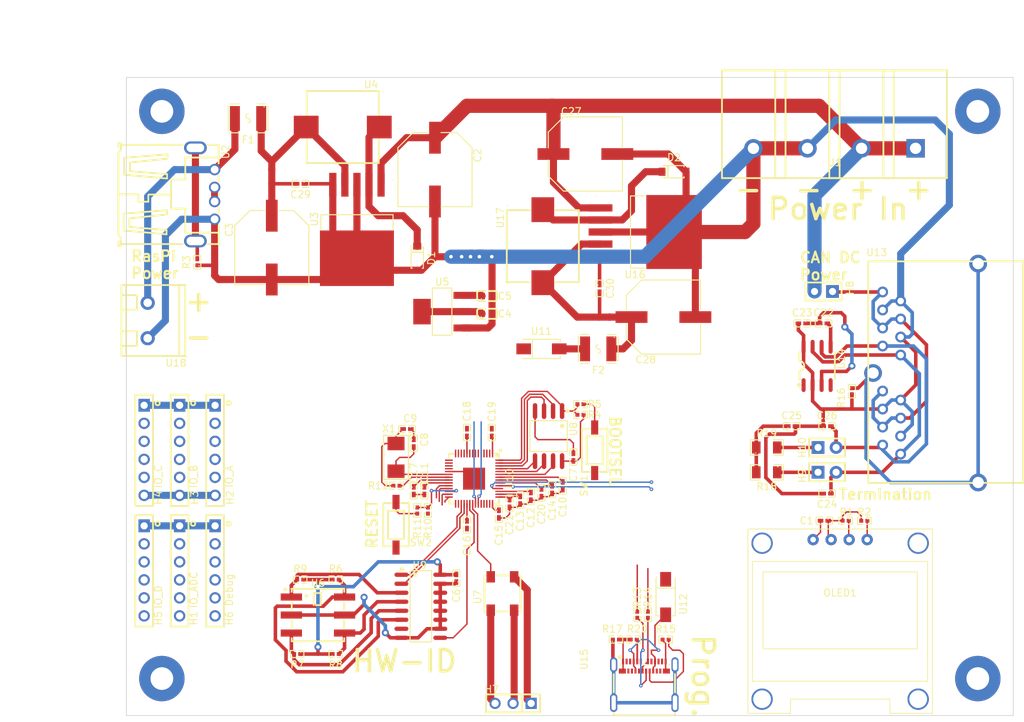
<source format=kicad_pcb>
(kicad_pcb (version 20221018) (generator pcbnew)
  (title_block (title "Dispensy Mainboard") (date "2024-01-21") (rev "0") (company "DrinkRobotics") (comment 1 "https://git.xythobuz.de/thomas/Dispensy") (comment 2 "Licensed under the CERN-OHL-S-2.0+") (comment 3 "PCB Thickness: 1mm") (comment 4 "Copyright (c) 2023 - 2024 Thomas Buck <thomas@xythobuz.de>"))
  (layers (0 "F.Cu" signal) (31 "B.Cu" signal) (34 "B.Paste" user) (35 "F.Paste" user) (36 "B.SilkS" user "B.Silkscreen") (37 "F.SilkS" user "F.Silkscreen") (38 "B.Mask" user) (39 "F.Mask" user) (44 "Edge.Cuts" user))
  (net 0 "")
  (net 1 "GND")
  (net 2 "+3.3V")
  (net 3 "+VDC")
  (net 4 "/EXT_PSU/Vout")
  (net 5 "+5V")
  (net 6 "Net-(U10-XIN)")
  (net 7 "Net-(X1-OSC2)")
  (net 8 "+1V1")
  (net 9 "Net-(U14-CANH)")
  (net 10 "Net-(C25-Pad1)")
  (net 11 "Net-(U14-CANL)")
  (net 12 "/PI/PI_PSU/Vout")
  (net 13 "Net-(U3-OUT)")
  (net 14 "Net-(U16-OUT)")
  (net 15 "/PI/ADC0")
  (net 16 "/PI/ADC1")
  (net 17 "/PI/ADC2")
  (net 18 "/PI/ADC3")
  (net 19 "/PI/IO0")
  (net 20 "/PI/IO1")
  (net 21 "/PI/IO2")
  (net 22 "/PI/IO3")
  (net 23 "/PI/IO4")
  (net 24 "/PI/IO5")
  (net 25 "/PI/IO6")
  (net 26 "/PI/IO7")
  (net 27 "/PI/IO8")
  (net 28 "/PI/IO9")
  (net 29 "/PI/IO10")
  (net 30 "/PI/IO11")
  (net 31 "/PI/IO12")
  (net 32 "/PI/IO13")
  (net 33 "/PI/IO14")
  (net 34 "/PI/IO15")
  (net 35 "/PI/Debug_Clock")
  (net 36 "/PI/Debug_Data")
  (net 37 "/PI/Debug_Tx")
  (net 38 "/PI/Debug_Rx")
  (net 39 "Net-(U7-DO)")
  (net 40 "Net-(H8-Pad1)")
  (net 41 "Net-(H9-Pad1)")
  (net 42 "Net-(H10-Pad1)")
  (net 43 "/PI/I2C_SCL")
  (net 44 "/PI/I2C_SDA")
  (net 45 "Net-(U2-SH1)")
  (net 46 "/PI/SPI_FLASH.SS")
  (net 47 "Net-(R5-Pad1)")
  (net 48 "Net-(U9-D7)")
  (net 49 "Net-(U9-D6)")
  (net 50 "Net-(U9-D5)")
  (net 51 "Net-(U9-D4)")
  (net 52 "Net-(U10-RUN)")
  (net 53 "Net-(R11-Pad2)")
  (net 54 "Net-(U10-XOUT)")
  (net 55 "/PI/USBC.DP")
  (net 56 "Net-(U10-USB_DP)")
  (net 57 "/PI/USBC.DM")
  (net 58 "Net-(U10-USB_DM)")
  (net 59 "Net-(U15-CC2)")
  (net 60 "Net-(R16-Pad1)")
  (net 61 "/PI/USBC.SHIELD")
  (net 62 "Net-(U15-CC1)")
  (net 63 "Net-(U2-D+)")
  (net 64 "/PI/LED_Din")
  (net 65 "/PI/SPI_FLASH.SD1")
  (net 66 "/PI/SPI_FLASH.SD2")
  (net 67 "/PI/SPI_FLASH.SD0")
  (net 68 "/PI/SPI_FLASH.SCLK")
  (net 69 "/PI/SPI_FLASH.SD3")
  (net 70 "/PI/SR_Load")
  (net 71 "/PI/SR_Clock")
  (net 73 "/PI/SR_Data")
  (net 74 "Net-(U10-GPIO24)")
  (net 75 "Net-(U10-GPIO25)")
  (net 76 "/PI/USBC.VBUS")
  (net 87 "Net-(U2-VCC)")
  (net 88 "Net-(U11-A)")
  (footprint "jlc_footprints:HDR-TH_3P-P2.54-V-F" (layer "F.Cu") (at 148 136 180)
    (fp_text reference "H7")
    (fp_text value "WS2812")
  )
  (footprint "jlc_footprints:C0402" (layer "F.Cu") (at 149 107.34763 -90)
    (fp_text reference "C13")
    (fp_text value "1uF")
  )
  (footprint "jlc_footprints:R1206" (layer "F.Cu") (at 183.754966 99.907765)
    (fp_text reference "R19")
    (fp_text value "60R4")
  )
  (footprint "jlc_footprints:TO-263-5_L10.6-W9.6-P1.70-LS15.9-BR" (layer "F.Cu") (at 125.990456 68.034258 90)
    (fp_text reference "U3")
    (fp_text value "LM2576S-5_0_TR")
  )
  (footprint "jlc_footprints:R0402" (layer "F.Cu") (at 136 108.802545 -90)
    (fp_text reference "R10")
    (fp_text value "10K")
  )
  (footprint "jlc_footprints:CAP-SMD_BD10.0-L10.3-W10.3-FD" (layer "F.Cu") (at 158.190482 58.51762)
    (fp_text reference "C27")
    (fp_text value "100uF")
  )
  (footprint "jlc_footprints:HDR-TH_6P-P2.54-V-F" (layer "F.Cu") (at 96 100.310008 -90)
    (fp_text reference "H4")
    (fp_text value "IO_C")
  )
  (footprint "jlc_footprints:CONN-TH_4P-P7.62_L15.2-W31.7-EX4.2" (layer "F.Cu") (at 193.300464 57.717646 180)
    (fp_text reference "U1")
    (fp_text value "DBT50G-7_62-4P")
  )
  (footprint "jlc_footprints:R0402" (layer "F.Cu") (at 167 123.5 -90)
    (fp_text reference "R14")
    (fp_text value "27R4")
  )
  (footprint "jlc_footprints:RJ45-TH_DS1129-05-S80BP-X" (layer "F.Cu") (at 206.140469 89.407765 90)
    (fp_text reference "U13")
    (fp_text value "CAN_IO")
  )
  (footprint "jlc_footprints:SOD-123_L2.8-W1.8-LS3.7-RD" (layer "F.Cu") (at 170.690482 61.01762)
    (fp_text reference "D2")
    (fp_text value "MBR340F")
  )
  (footprint "jlc_footprints:C0402" (layer "F.Cu") (at 188.754966 82.407765 180)
    (fp_text reference "C23")
    (fp_text value "47nF")
  )
  (footprint "jlc_footprints:F1812" (layer "F.Cu") (at 110.646558 53.5 180)
    (fp_text reference "F1")
    (fp_text value "ASMD1812-350-16V")
  )
  (footprint "jlc_footprints:C0402" (layer "F.Cu") (at 135.5 106 -90)
    (fp_text reference "C11")
    (fp_text value "100nF")
  )
  (footprint "jlc_footprints:CAP-SMD_BD10.0-L10.3-W10.3-FD" (layer "F.Cu") (at 136.990456 60.717646 -90)
    (fp_text reference "C2")
    (fp_text value "100uF")
  )
  (footprint "jlc_footprints:R0402" (layer "F.Cu") (at 123 118.53813)
    (fp_text reference "R6")
    (fp_text value "10K")
  )
  (footprint "jlc_footprints:C0402" (layer "F.Cu") (at 191.874904 110.23238 180)
    (fp_text reference "C1")
    (fp_text value "100nF")
  )
  (footprint "jlc_footprints:R0402" (layer "F.Cu") (at 165.5 123.5 -90)
    (fp_text reference "R13")
    (fp_text value "27R4")
  )
  (footprint "jlc_footprints:C0402" (layer "F.Cu") (at 147.5 107.802545 -90)
    (fp_text reference "C21")
    (fp_text value "100nF")
  )
  (footprint "jlc_footprints:C0402" (layer "F.Cu") (at 192.254966 96.907765)
    (fp_text reference "C26")
    (fp_text value "100pF")
  )
  (footprint "jlc_footprints:HDR-TH_6P-P2.54-V-F" (layer "F.Cu") (at 106 117.310008 -90)
    (fp_text reference "H6")
    (fp_text value "Debug")
  )
  (footprint "jlc_footprints:C0402" (layer "F.Cu") (at 141.5 110.802545 -90)
    (fp_text reference "C16")
    (fp_text value "100nF")
  )
  (footprint "jlc_footprints:SOT-223-4_L6.5-W3.5-P2.30-LS7.0-BR" (layer "F.Cu") (at 138 80.75)
    (fp_text reference "U5")
    (fp_text value "AMS1117-3_3")
  )
  (footprint "jlc_footprints:SOIC-8_L5.0-W4.0-P1.27-LS6.0-BL" (layer "F.Cu") (at 190.849962 88.407765)
    (fp_text reference "U14")
    (fp_text value "TJA1042T_3_1J")
  )
  (footprint "jlc_footprints:CONN-TH_XY300V-A-5.0-2P" (layer "F.Cu") (at 96.5 82 90)
    (fp_text reference "U18")
    (fp_text value "XY300V-A-5_0-2P")
  )
  (footprint "jlc_footprints:LED-SMD_4P-L5.0-W5.0-LS5.4-TL-1" (layer "F.Cu") (at 146.5 120.5 90)
    (fp_text reference "U7")
    (fp_text value "WS2812E-V5")
  )
  (footprint "MountingHole:MountingHole_3.2mm_M3_Pad_TopBottom" (layer "F.Cu") (at 213.5 52.5)
    (fp_text reference "H12" hide)
    (fp_text value "MountingHole" hide)
  )
  (footprint "jlc_footprints:HDR-TH_6P-P2.54-V-F" (layer "F.Cu") (at 101 117.310008 -90)
    (fp_text reference "H1")
    (fp_text value "IO_ADC")
  )
  (footprint "jlc_footprints:R0402" (layer "F.Cu") (at 103.490456 73.784829 90)
    (fp_text reference "R3")
    (fp_text value "1M")
  )
  (footprint "jlc_footprints:C0402" (layer "F.Cu") (at 156.5 101.25746 90)
    (fp_text reference "C7")
    (fp_text value "100nF")
  )
  (footprint "jlc_footprints:C0402" (layer "F.Cu") (at 133.045085 97.302545 180)
    (fp_text reference "C9")
    (fp_text value "27p")
  )
  (footprint "jlc_footprints:HDR-TH_2P-P2.54-V-M-1" (layer "F.Cu") (at 191.754966 77.907765 180)
    (fp_text reference "H8")
    (fp_text value "PWR")
  )
  (footprint "jlc_footprints:HDR-TH_6P-P2.54-V-F" (layer "F.Cu") (at 106 100.310008 -90)
    (fp_text reference "H2")
    (fp_text value "IO_A")
  )
  (footprint "jlc_footprints:R0402" (layer "F.Cu") (at 194.874904 110.23238 180)
    (fp_text reference "R1")
    (fp_text value "10K")
  )
  (footprint "jlc_footprints:R0402" (layer "F.Cu") (at 165 127 180)
    (fp_text reference "R20")
    (fp_text value "5K1")
  )
  (footprint "jlc_footprints:C0402" (layer "F.Cu") (at 141.5 97.802545 90)
    (fp_text reference "C18")
    (fp_text value "100nF")
  )
  (footprint "jlc_footprints:USB-C-SMD_TYPE-C-USB-18" (layer "F.Cu") (at 166.5 133)
    (fp_text reference "U15")
    (fp_text value "USB-C")
  )
  (footprint "jlc_footprints:C0402" (layer "F.Cu") (at 150.5 106.802545 -90)
    (fp_text reference "C12")
    (fp_text value "1uF")
  )
  (footprint "jlc_footprints:OSC-SMD_2P-L5.0-W3.2" (layer "F.Cu") (at 131.5 101.302545 90)
    (fp_text reference "X1")
    (fp_text value "12MHz")
  )
  (footprint "jlc_footprints:SW-SMD_L6.1-W3.6-LS6.6" (layer "F.Cu") (at 159.5 100.302545 -90)
    (fp_text reference "SW1")
    (fp_text value "BOOTSEL")
  )
  (footprint "MountingHole:MountingHole_3.2mm_M3_Pad_TopBottom" (layer "F.Cu") (at 98.5 52.5)
    (fp_text reference "H11" hide)
    (fp_text value "MountingHole" hide)
  )
  (footprint "jlc_footprints:TO-263-5_L10.6-W9.6-P1.70-LS15.9-BR" (layer "F.Cu") (at 165.507094 69.51762 180)
    (fp_text reference "U16")
    (fp_text value "LM2576S-5_0_TR")
  )
  (footprint "jlc_footprints:R0402" (layer "F.Cu") (at 134.5 108.802545 -90)
    (fp_text reference "R11")
    (fp_text value "1K")
  )
  (footprint "jlc_footprints:R0402" (layer "F.Cu") (at 131.567183 105.302545)
    (fp_text reference "R12")
    (fp_text value "1K")
  )
  (footprint "jlc_footprints:HDR-TH_6P-P2.54-V-F" (layer "F.Cu") (at 101 100.310008 -90)
    (fp_text reference "H3")
    (fp_text value "IO_B")
  )
  (footprint "jlc_footprints:SW-SMD_L6.1-W3.6-LS6.6" (layer "F.Cu") (at 131.5 110.802545 -90)
    (fp_text reference "SW2")
    (fp_text value "RESET")
  )
  (footprint "jlc_footprints:R0402" (layer "F.Cu") (at 162.5 127)
    (fp_text reference "R17")
    (fp_text value "1M")
  )
  (footprint "jlc_footprints:R0402" (layer "F.Cu") (at 157.5 95.302545 180)
    (fp_text reference "R4")
    (fp_text value "10K")
  )
  (footprint "jlc_footprints:R0402" (layer "F.Cu") (at 169.5 127 180)
    (fp_text reference "R15")
    (fp_text value "5K1")
  )
  (footprint "jlc_footprints:C0402" (layer "F.Cu") (at 152 106.302545 -90)
    (fp_text reference "C20")
    (fp_text value "100nF")
  )
  (footprint "jlc_footprints:SOIC-8_L5.3-W5.3-P1.27-LS8.0-BL" (layer "F.Cu") (at 153 98.302545 180)
    (fp_text reference "U8")
    (fp_text value "W25Q128JVSIQ")
  )
  (footprint "jlc_footprints:C0402" (layer "F.Cu") (at 192.254966 106.407765 180)
    (fp_text reference "C24")
    (fp_text value "100pF")
  )
  (footprint "jlc_footprints:SMA_L4.4-W2.8-LS5.4-R-RD" (layer "F.Cu") (at 152 86)
    (fp_text reference "U11")
    (fp_text value "SS54")
  )
  (footprint "jlc_footprints:F1812" (layer "F.Cu") (at 160 86 180)
    (fp_text reference "F2")
    (fp_text value "ASMD1812-350-16V")
  )
  (footprint "MountingHole:MountingHole_3.2mm_M3_Pad_TopBottom" (layer "F.Cu") (at 213.5 132.5)
    (fp_text reference "H14" hide)
    (fp_text value "MountingHole" hide)
  )
  (footprint "jlc_footprints:CAP-SMD_BD10.0-L10.3-W10.3-LS11.3-FD" (layer "F.Cu") (at 113.990456 71.717646 -90)
    (fp_text reference "C3")
    (fp_text value "1000uF")
  )
  (footprint "jlc_footprints:CAP-SMD_BD10.0-L10.3-W10.3-LS11.3-FD" (layer "F.Cu") (at 169.190482 81.51762)
    (fp_text reference "C28")
    (fp_text value "1000uF")
  )
  (footprint "jlc_footprints:C0402" (layer "F.Cu") (at 155 105.302545 -90)
    (fp_text reference "C10")
    (fp_text value "100nF")
  )
  (footprint "jlc_footprints:C0603" (layer "F.Cu") (at 144.3349 78.549975)
    (fp_text reference "C5")
    (fp_text value "10uF")
  )
  (footprint "jlc_footprints:C0402" (layer "F.Cu") (at 145 97.802545 90)
    (fp_text reference "C19")
    (fp_text value "100nF")
  )
  (footprint "jlc_footprints:C0402" (layer "F.Cu") (at 146 109.302545 -90)
    (fp_text reference "C15")
    (fp_text value "100nF")
  )
  (footprint "jlc_footprints:R0402" (layer "F.Cu") (at 195.754966 91.974948 -90)
    (fp_text reference "R16")
    (fp_text value "1M")
  )
  (footprint "jlc_footprints:SMA_L4.4-W2.8-LS5.4-R-RD" (layer "F.Cu") (at 169.5 121 -90)
    (fp_text reference "U12")
    (fp_text value "SS54_C22452")
  )
  (footprint "jlc_footprints:R0402" (layer "F.Cu") (at 157.5 93.802545 180)
    (fp_text reference "R5")
    (fp_text value "1K")
  )
  (footprint "jlc_footprints:SW-SMD_SM_SKCR-16S" (layer "F.Cu") (at 120.5 123.53813 90)
    (fp_text reference "U6")
    (fp_text value "SKCR-16S")
  )
  (footprint "jlc_footprints:C0603" (layer "F.Cu") (at 144.3349 81.049975)
    (fp_text reference "C4")
    (fp_text value "10uF")
  )
  (footprint "jlc_footprints:C0402" (layer "F.Cu") (at 187.254966 96.907765)
    (fp_text reference "C25")
    (fp_text value "4.7nF")
  )
  (footprint "jlc_footprints:C0402" (layer "F.Cu") (at 153.5 105.84763 -90)
    (fp_text reference "C14")
    (fp_text value "100nF")
  )
  (footprint "jlc_footprints:R1206" (layer "F.Cu") (at 183.754966 103.407765 180)
    (fp_text reference "R18")
    (fp_text value "60R4")
  )
  (footprint "jlc_footprints:USB-A-TH_USB-302-T" (layer "F.Cu") (at 104.581769 64.217646 -90)
    (fp_text reference "U2")
    (fp_text value "USB-A")
  )
  (footprint "jlc_footprints:C0402" (layer "F.Cu") (at 140 118.34763 90)
    (fp_text reference "C6")
    (fp_text value "100nF")
  )
  (footprint "jlc_footprints:SOIC-16_L9.9-W3.9-P1.27-LS6.0-BL" (layer "F.Cu") (at 135 122.302545 -90)
    (fp_text reference "U9")
    (fp_text value "74HC165D,653")
  )
  (footprint "jlc_footprints:R0402" (layer "F.Cu") (at 197.5 110.25 180)
    (fp_text reference "R2")
    (fp_text value "10K")
  )
  (footprint "MountingHole:MountingHole_3.2mm_M3_Pad_TopBottom" (layer "F.Cu") (at 98.5 132.5)
    (fp_text reference "H13" hide)
    (fp_text value "MountingHole" hide)
  )
  (footprint "jlc_footprints:SOD-123_L2.8-W1.8-LS3.7-RD" (layer "F.Cu") (at 134.490456 73.217646 -90)
    (fp_text reference "D1")
    (fp_text value "MBR340F")
  )
  (footprint "jlc_footprints:IND-SMD_L11.5-W10.0_YSPI1050" (layer "F.Cu") (at 152.190482 71.51762 -90)
    (fp_text reference "U17")
    (fp_text value "100uH")
  )
  (footprint "jlc_footprints:LQFN-56_L7.0-W7.0-P0.4-EP" (layer "F.Cu") (at 142.499873 104.302545 -90)
    (fp_text reference "U10")
    (fp_text value "RP2040")
  )
  (footprint "jlc_footprints:HDR-TH_6P-P2.54-V-F" (layer "F.Cu") (at 96 117.310008 -90)
    (fp_text reference "H5")
    (fp_text value "IO_D")
  )
  (footprint "jlc_footprints:IND-SMD_L11.5-W10.0_YSPI1050" (layer "F.Cu") (at 123.990456 54.717646 180)
    (fp_text reference "U4")
    (fp_text value "100uH")
  )
  (footprint "jlc_footprints:R0402" (layer "F.Cu") (at 123 129.03813)
    (fp_text reference "R8")
    (fp_text value "10K")
  )
  (footprint "jlc_footprints:C0402" (layer "F.Cu") (at 134 99.302545 -90)
    (fp_text reference "C8")
    (fp_text value "27p")
  )
  (footprint "jlc_footprints:C0402" (layer "F.Cu") (at 118.035541 62.717646 180)
    (fp_text reference "C29")
    (fp_text value "100nF")
  )
  (footprint "jlc_footprints:R0402" (layer "F.Cu") (at 118 118.53813 180)
    (fp_text reference "R9")
    (fp_text value "10K")
  )
  (footprint "extern:SSD1306_0.96_Oled" (layer "F.Cu") (at 181.095 137.405)
    (fp_text reference "OLED1")
    (fp_text value "SSD1306")
  )
  (footprint "jlc_footprints:C0402" (layer "F.Cu") (at 191.754966 82.407765)
    (fp_text reference "C22")
    (fp_text value "100nF")
  )
  (footprint "jlc_footprints:C0402" (layer "F.Cu") (at 134 106 -90)
    (fp_text reference "C17")
    (fp_text value "100nF")
  )
  (footprint "jlc_footprints:HDR-TH_2P-P2.54-V-M-1" (layer "F.Cu") (at 192.254966 99.907765)
    (fp_text reference "H10")
    (fp_text value "T_CL")
  )
  (footprint "jlc_footprints:R0402" (layer "F.Cu") (at 117.567183 129.03813 180)
    (fp_text reference "R7")
    (fp_text value "10K")
  )
  (footprint "jlc_footprints:HDR-TH_2P-P2.54-V-M-1" (layer "F.Cu") (at 192.254966 103.407765)
    (fp_text reference "H9")
    (fp_text value "T_CH")
  )
  (footprint "jlc_footprints:C0402" (layer "F.Cu") (at 160.190482 77.472535 -90)
    (fp_text reference "C30")
    (fp_text value "100nF")
  )
  (gr_rect (start 93.490456 47.717646) (end 218.490456 137.717646) (stroke (width 0.1)) (fill none) (layer "Edge.Cuts"))
  (gr_text "BOOTSEL" (at 161.5 95.302545 -90) (layer "F.SilkS") (effects (font (size 1.5 1.5) (thickness 0.3) bold) (justify left bottom)))
  (gr_text "Power In" (at 183.625096 68.01762) (layer "F.SilkS") (effects (font (size 3 3) (thickness 0.5) bold) (justify left bottom)))
  (gr_text "-" (at 178.990456 65.217646) (layer "F.SilkS") (effects (font (size 3 3) (thickness 0.5) bold) (justify left bottom)))
  (gr_text "Termination" (at 193.754966 107.407765) (layer "F.SilkS") (effects (font (size 1.5 1.5) (thickness 0.3) bold) (justify left bottom)))
  (gr_text "+" (at 194.990456 65.217646) (layer "F.SilkS") (effects (font (size 3 3) (thickness 0.5) bold) (justify left bottom)))
  (gr_text "RasPi\nPower" (at 93.990456 76.217646) (layer "F.SilkS") (effects (font (size 1.5 1.5) (thickness 0.3) bold) (justify left bottom)))
  (gr_text "-" (at 101.5 86) (layer "F.SilkS") (effects (font (size 3 3) (thickness 0.5) bold) (justify left bottom)))
  (gr_text "HW-ID" (at 125 131.802545) (layer "F.SilkS") (effects (font (size 3 3) (thickness 0.5) bold) (justify left bottom)))
  (gr_text "Prog." (at 173 126 -90) (layer "F.SilkS") (effects (font (size 3 3) (thickness 0.5) bold) (justify left bottom)))
  (gr_text "+" (at 202.990456 65.217646) (layer "F.SilkS") (effects (font (size 3 3) (thickness 0.5) bold) (justify left bottom)))
  (gr_text "RESET" (at 129 114.302545 90) (layer "F.SilkS") (effects (font (size 1.5 1.5) (thickness 0.3) bold) (justify left bottom)))
  (gr_text "CAN DC\nPower" (at 188.254966 76.407765) (layer "F.SilkS") (effects (font (size 1.5 1.5) (thickness 0.3) bold) (justify left bottom)))
  (gr_text "+" (at 101.5 81) (layer "F.SilkS") (effects (font (size 3 3) (thickness 0.5) bold) (justify left bottom)))
  (gr_text "-" (at 187.490456 65.217646) (layer "F.SilkS") (effects (font (size 3 3) (thickness 0.5) bold) (justify left bottom)))
  (segment (start 134.490456 74.910051) (end 127.682861 74.910051) (width 1) (layer "F.Cu") (net 1))
  (segment (start 148.545085 108.34763) (end 149 107.892715) (width 0.2) (layer "F.Cu") (net 1))
  (segment (start 148.150114 118.149987) (end 150 119.999873) (width 1) (layer "F.Cu") (net 1))
  (segment (start 137.735585 122.937546) (end 137.735585 121.667544) (width 0.5) (layer "F.Cu") (net 1))
  (segment (start 145.034925 78.549975) (end 145.034925 73.034925) (width 1) (layer "F.Cu") (net 1))
  (segment (start 152 106.84763) (end 153.045085 106.84763) (width 0.2) (layer "F.Cu") (net 1))
  (segment (start 125.990456 62.85087) (end 125.990456 73.217646) (width 1) (layer "F.Cu") (net 1))
  (segment (start 162.932817 127) (end 163.5 127) (width 0.5) (layer "F.Cu") (net 1))
  (segment (start 169.5 127.570002) (end 169.067183 127.137185) (width 0.2) (layer "F.Cu") (net 1))
  (segment (start 191.709881 96.907765) (end 191.709881 94.532733) (width 0.5) (layer "F.Cu") (net 1))
  (segment (start 127 121.03813) (end 127 122.03813) (width 0.5) (layer "F.Cu") (net 1))
  (segment (start 106.490329 76.217519) (end 113.990456 76.217519) (width 1) (layer "F.Cu") (net 1))
  (segment (start 150 135.459995) (end 150.540005 136) (width 1) (layer "F.Cu") (net 1))
  (segment (start 172.382887 67.825215) (end 170.690482 69.51762) (width 1) (layer "F.Cu") (net 1))
  (segment (start 173.690355 81.51762) (end 173.690355 72.517493) (width 1) (layer "F.Cu") (net 1))
  (segment (start 156 98.802545) (end 156.5 99.302545) (width 0.2) (layer "F.Cu") (net 1))
  (segment (start 151.5 107.34763) (end 152 106.84763) (width 0.2) (layer "F.Cu") (net 1))
  (segment (start 187.625096 98.01762) (end 187.800051 97.842665) (width 0.5) (layer "F.Cu") (net 1))
  (segment (start 184.125096 98.01762) (end 187.625096 98.01762) (width 0.5) (layer "F.Cu") (net 1))
  (segment (start 136.990456 73.009544) (end 136.990456 65.217519) (width 1) (layer "F.Cu") (net 1))
  (segment (start 151.5 98.802545) (end 156 98.802545) (width 0.2) (layer "F.Cu") (net 1))
  (segment (start 202.625458 93.217646) (end 204.754966 91.088138) (width 0.5) (layer "F.Cu") (net 1))
  (segment (start 122.990583 76.217519) (end 125.990456 73.217646) (width 1) (layer "F.Cu") (net 1))
  (segment (start 133.59017 97.302545) (end 134 97.712375) (width 0.2) (layer "F.Cu") (net 1))
  (segment (start 190.214961 93.36776) (end 191.334849 94.487648) (width 0.5) (layer "F.Cu") (net 1))
  (segment (start 134.490456 74.910051) (end 135.089949 74.910051) (width 1) (layer "F.Cu") (net 1))
  (segment (start 167.290431 72.917671) (end 170.690482 69.51762) (width 1) (layer "F.Cu") (net 1))
  (segment (start 137.735585 124.207549) (end 137.735585 122.937546) (width 0.5) (layer "F.Cu") (net 1))
  (segment (start 163.5 130.090043) (end 163.5 131.33998) (width 0.2) (layer "F.Cu") (net 1))
  (segment (start 183.625096 98.51762) (end 184.125096 98.01762) (width 0.5) (layer "F.Cu") (net 1))
  (segment (start 169.5 131.33998) (end 169.600076 131.440056) (width 0.2) (layer "F.Cu") (net 1))
  (segment (start 172.382887 61.01762) (end 172.382887 67.825215) (width 1) (layer "F.Cu") (net 1))
  (segment (start 169.067183 127.137185) (end 169.067183 127) (width 0.2) (layer "F.Cu") (net 1))
  (segment (start 185.87949 106.407765) (end 183.625096 104.153371) (width 0.5) (layer "F.Cu") (net 1))
  (segment (start 145.034925 73.034925) (end 145 73) (width 1) (layer "F.Cu") (net 1))
  (segment (start 139.765176 119.127539) (end 140 118.892715) (width 0.5) (layer "F.Cu") (net 1))
  (segment (start 136.990456 73.009544) (end 139.240456 73.009544) (width 1) (layer "F.Cu") (net 1))
  (segment (start 154.454915 106.392715) (end 155 105.84763) (width 0.2) (layer "F.Cu") (net 1))
  (segment (start 146 109.84763) (end 146.954915 109.84763) (width 0.2) (layer "F.Cu") (net 1))
  (segment (start 153.045085 106.84763) (end 153.5 106.392715) (width 0.2) (layer "F.Cu") (net 1))
  (segment (start 145.034925 78.549975) (end 145.034925 81.049975) (width 1) (layer "F.Cu") (net 1))
  (segment (start 163.5 127) (end 164.567183 127) (width 0.5) (layer "F.Cu") (net 1))
  (segment (start 147.5 108.34763) (end 148.545085 108.34763) (width 0.2) (layer "F.Cu") (net 1))
  (segment (start 127.682861 74.910051) (end 125.990456 73.217646) (width 1) (layer "F.Cu") (net 1))
  (segment (start 195.754966 92.407765) (end 195.754966 94.487648) (width 0.5) (layer "F.Cu") (net 1))
  (segment (start 147.5 109.302545) (end 147.5 108.34763) (width 0.2) (layer "F.Cu") (net 1))
  (segment (start 162.690355 58.51762) (end 169.882887 58.51762) (width 1) (layer "F.Cu") (net 1))
  (segment (start 138.949835 103.302545) (end 141.5 103.302545) (width 0.2) (layer "F.Cu") (net 1))
  (segment (start 137.735585 125.477551) (end 137.735585 124.207549) (width 0.5) (layer "F.Cu") (net 1))
  (segment (start 134.61557 126.747554) (end 132.264415 126.747554) (width 0.5) (layer "F.Cu") (net 1))
  (segment (start 163.5 130.090043) (end 163.5 127) (width 0.2) (layer "F.Cu") (net 1))
  (segment (start 145.034925 82.499975) (end 145.034925 81.049975) (width 1) (layer "F.Cu") (net 1))
  (segment (start 146.954915 109.84763) (end 147.5 109.302545) (width 0.2) (layer "F.Cu") (net 1))
  (segment (start 189.490456 57.717646) (end 181.870441 57.717646) (width 2) (layer "F.Cu") (net 1))
  (segment (start 160.323706 69.51762) (end 170.690482 69.51762) (width 1) (layer "F.Cu") (net 1))
  (segment (start 188.944958 84.097757) (end 188.209881 83.36268) (width 0.5) (layer "F.Cu") (net 1))
  (segment (start 127 122.03813) (end 125.5 123.53813) (width 0.5) (layer "F.Cu") (net 1))
  (segment (start 122.590405 62.85087) (end 122.590405 69.817595) (width 1) (layer "F.Cu") (net 1))
  (segment (start 151.094996 98.397541) (end 151.5 98.802545) (width 0.2) (layer "F.Cu") (net 1))
  (segment (start 173.690355 72.517493) (end 170.690482 69.51762) (width 1) (layer "F.Cu") (net 1))
  (segment (start 105.936735 74.217646) (end 105.936735 75.663925) (width 1) (layer "F.Cu") (net 1))
  (segment (start 190.214961 89.36776) (end 188.944958 88.097757) (width 0.5) (layer "F.Cu") (net 1))
  (segment (start 187.800051 97.842665) (end 187.800051 96.907765) (width 0.5) (layer "F.Cu") (net 1))
  (segment (start 156.5 99.302545) (end 156.5 100.712375) (width 0.2) (layer "F.Cu") (net 1))
  (segment (start 191.329819 110.23238) (end 191.329819 111.860181) (width 0.2) (layer "F.Cu") (net 1))
  (segment (start 180.690482 69.51762) (end 170.690482 69.51762) (width 2) (layer "F.Cu") (net 1))
  (segment (start 135.5 106.545085) (end 134 106.545085) (width 0.2) (layer "F.Cu") (net 1))
  (segment (start 163.5 131.33998) (end 163.399924 131.440056) (width 0.2) (layer "F.Cu") (net 1))
  (segment (start 169.5 130.090043) (end 169.5 131.33998) (width 0.2) (layer "F.Cu") (net 1))
  (segment (start 137.735585 125.477551) (end 135.885573 125.477551) (width 0.5) (layer "F.Cu") (net 1))
  (segment (start 183.625096 104.153371) (end 183.625096 98.51762) (width 0.5) (layer "F.Cu") (net 1))
  (segment (start 181.870441 57.717646) (end 181.870441 68.337661) (width 2) (layer "F.Cu") (net 1))
  (segment (start 169.5 130.090043) (end 169.5 127.570002) (width 0.2) (layer "F.Cu") (net 1))
  (segment (start 113.990456 76.217519) (end 122.990583 76.217519) (width 1) (layer "F.Cu") (net 1))
  (segment (start 137.735585 119.127539) (end 137.735585 120.397541) (width 0.5) (layer "F.Cu") (net 1))
  (segment (start 137.735585 119.127539) (end 139.765176 119.127539) (width 0.5) (layer "F.Cu") (net 1))
  (segment (start 204.754966 86.457136) (end 202.625458 84.327628) (width 0.5) (layer "F.Cu") (net 1))
  (segment (start 150.5 107.34763) (end 151.5 107.34763) (width 0.2) (layer "F.Cu") (net 1))
  (segment (start 144.484925 83.049975) (end 145.034925 82.499975) (width 1) (layer "F.Cu") (net 1))
  (segment (start 188.944958 88.097757) (end 188.944958 85.70266) (width 0.5) (layer "F.Cu") (net 1))
  (segment (start 191.709881 106.407765) (end 185.87949 106.407765) (width 0.5) (layer "F.Cu") (net 1))
  (segment (start 122.590405 69.817595) (end 125.990456 73.217646) (width 1) (layer "F.Cu") (net 1))
  (segment (start 130.709424 126.747554) (end 130 126.03813) (width 0.5) (layer "F.Cu") (net 1))
  (segment (start 150 119.999873) (end 150 135.459995) (width 1) (layer "F.Cu") (net 1))
  (segment (start 191.329819 111.860181) (end 190.285 112.905) (width 0.2) (layer "F.Cu") (net 1))
  (segment (start 105.936735 67.717773) (end 105.936735 74.217646) (width 1) (layer "F.Cu") (net 1))
  (segment (start 191.754966 94.487648) (end 195.754966 94.487648) (width 0.5) (layer "F.Cu") (net 1))
  (segment (start 204.754966 91.088138) (end 204.754966 86.457136) (width 0.5) (layer "F.Cu") (net 1))
  (segment (start 118.580626 62.717646) (end 122.457181 62.717646) (width 0.5) (layer "F.Cu") (net 1))
  (segment (start 151.094996 94.772446) (end 151.094996 98.397541) (width 0.2) (layer "F.Cu") (net 1))
  (segment (start 188.209881 82.407765) (end 188.209881 83.36268) (width 0.5) (layer "F.Cu") (net 1))
  (segment (start 125.5 123.53813) (end 124.250064 123.53813) (width 0.5) (layer "F.Cu") (net 1))
  (segment (start 160.190482 73.050895) (end 160.323706 72.917671) (width 0.5) (layer "F.Cu") (net 1))
  (segment (start 160.323706 72.917671) (end 167.290431 72.917671) (width 1) (layer "F.Cu") (net 1))
  (segment (start 188.944958 85.70266) (end 188.944958 84.097757) (width 0.5) (layer "F.Cu") (net 1))
  (segment (start 141.5 103.302545) (end 142.5 104.302545) (width 0.2) (layer "F.Cu") (net 1))
  (segment (start 135.089949 74.910051) (end 136.990456 73.009544) (width 1) (layer "F.Cu") (net 1))
  (segment (start 134 97.712375) (end 134 98.75746) (width 0.2) (layer "F.Cu") (net 1))
  (segment (start 105.936735 75.663925) (end 106.490329 76.217519) (width 1) (layer "F.Cu") (net 1))
  (segment (start 139.25 73) (end 145 73) (width 1) (layer "F.Cu") (net 1))
  (segment (start 103.490456 74.217646) (end 105.936735 74.217646) (width 0.5) (layer "F.Cu") (net 1))
  (segment (start 181.870441 68.337661) (end 180.690482 69.51762) (width 2) (layer "F.Cu") (net 1))
  (segment (start 116.749936 123.53813) (end 124.250064 123.53813) (width 0.5) (layer "F.Cu") (net 1))
  (segment (start 132.264415 126.747554) (end 130.709424 126.747554) (width 0.5) (layer "F.Cu") (net 1))
  (segment (start 195.754966 94.487648) (end 200.085452 94.487648) (width 0.5) (layer "F.Cu") (net 1))
  (segment (start 169.882887 58.51762) (end 172.382887 61.01762) (width 1) (layer "F.Cu") (net 1))
  (segment (start 191.334849 94.487648) (end 191.754966 94.487648) (width 0.5) (layer "F.Cu") (net 1))
  (segment (start 140.8349 83.049975) (end 144.484925 83.049975) (width 1) (layer "F.Cu") (net 1))
  (segment (start 139.240456 73.009544) (end 139.25 73) (width 1) (layer "F.Cu") (net 1))
  (segment (start 135.885573 125.477551) (end 134.61557 126.747554) (width 0.5) (layer "F.Cu") (net 1))
  (segment (start 160.190482 76.92745) (end 160.190482 73.050895) (width 0.5) (layer "F.Cu") (net 1))
  (segment (start 191.709881 96.907765) (end 187.800051 96.907765) (width 0.5) (layer "F.Cu") (net 1))
  (segment (start 122.457181 62.717646) (end 122.590405 62.85087) (width 0.5) (layer "F.Cu") (net 1))
  (segment (start 149.954915 107.892715) (end 150.5 107.34763) (width 0.2) (layer "F.Cu") (net 1))
  (segment (start 153.5 106.392715) (end 154.454915 106.392715) (width 0.2) (layer "F.Cu") (net 1))
  (segment (start 190.214961 91.11287) (end 190.214961 89.36776) (width 0.5) (layer "F.Cu") (net 1))
  (segment (start 190.214961 91.11287) (end 190.214961 93.36776) (width 0.5) (layer "F.Cu") (net 1))
  (segment (start 191.709881 94.532733) (end 191.754966 94.487648) (width 0.5) (layer "F.Cu") (net 1))
  (segment (start 137.735585 121.667544) (end 137.735585 120.397541) (width 0.5) (layer "F.Cu") (net 1))
  (segment (start 149 107.892715) (end 149.954915 107.892715) (width 0.2) (layer "F.Cu") (net 1))
  (via (at 140.75 73) (size 1) (drill 0.5) (layers "F.Cu" "B.Cu") (net 1))
  (via (at 130 126.03813) (size 1) (drill 0.5) (layers "F.Cu" "B.Cu") (net 1))
  (via (at 142 73) (size 1) (drill 0.5) (layers "F.Cu" "B.Cu") (net 1))
  (via (at 139.25 73) (size 1) (drill 0.5) (layers "F.Cu" "B.Cu") (net 1))
  (via (at 145 73) (size 1) (drill 0.5) (layers "F.Cu" "B.Cu") (net 1))
  (via (at 127 121.03813) (size 1) (drill 0.5) (layers "F.Cu" "B.Cu") (net 1))
  (via (at 143.25 73) (size 1) (drill 0.5) (layers "F.Cu" "B.Cu") (net 1))
  (segment (start 204.254966 94.847154) (end 202.625458 93.217646) (width 0.5) (layer "B.Cu") (net 1))
  (segment (start 145 73) (end 166.588087 73) (width 2) (layer "B.Cu") (net 1))
  (segment (start 96 106.660021) (end 101 106.660021) (width 1) (layer "B.Cu") (net 1))
  (segment (start 201.355454 93.217646) (end 200.085452 94.487648) (width 0.5) (layer "B.Cu") (net 1))
  (segment (start 143.5 73) (end 145 73) (width 2) (layer "B.Cu") (net 1))
  (segment (start 96.5 84.5) (end 99 82) (width 1) (layer "B.Cu") (net 1))
  (segment (start 127 122.03813) (end 127 121.03813) (width 0.5) (layer "B.Cu") (net 1))
  (segment (start 204.254966 96.668148) (end 204.254966 94.847154) (width 0.5) (layer "B.Cu") (net 1))
  (segment (start 130 125.03813) (end 127 122.03813) (width 0.5) (layer "B.Cu") (net 1))
  (segment (start 202.625458 93.217646) (end 201.355454 93.217646) (width 0.5) (layer "B.Cu") (net 1))
  (segment (start 193.490456 53.717646) (end 189.490456 57.717646) (width 1) (layer "B.Cu") (net 1))
  (segment (start 139.25 73) (end 140.75 73) (width 2) (layer "B.Cu") (net 1))
  (segment (start 202.625458 84.327628) (end 203.835103 84.327628) (width 0.5) (layer "B.Cu") (net 1))
  (segment (start 201.355454 79.247618) (end 200.085452 80.51762) (width 0.5) (layer "B.Cu") (net 1))
  (segment (start 99 70) (end 101.282227 67.717773) (width 1) (layer "B.Cu") (net 1))
  (segment (start 130 126.03813) (end 130 125.03813) (width 0.5) (layer "B.Cu") (net 1))
  (segment (start 204.254966 80.877126) (end 202.625458 79.247618) (width 0.5) (layer "B.Cu") (net 1))
  (segment (start 203.835103 84.327628) (end 204.254966 83.907765) (width 0.5) (layer "B.Cu") (net 1))
  (segment (start 143 73) (end 143.5 73) (width 2) (layer "B.Cu") (net 1))
  (segment (start 166.588087 73) (end 181.870441 57.717646) (width 2) (layer "B.Cu") (net 1))
  (segment (start 207.490456 53.717646) (end 193.490456 53.717646) (width 1) (layer "B.Cu") (net 1))
  (segment (start 142 73) (end 142.25 73) (width 2) (layer "B.Cu") (net 1))
  (segment (start 202.625458 98.297656) (end 204.254966 96.668148) (width 0.5) (layer "B.Cu") (net 1))
  (segment (start 209.490456 65.717646) (end 209.490456 55.717646) (width 1) (layer "B.Cu") (net 1))
  (segment (start 142.25 73) (end 143.25 73) (width 2) (layer "B.Cu") (net 1))
  (segment (start 209.490456 55.717646) (end 207.490456 53.717646) (width 1) (layer "B.Cu") (net 1))
  (segment (start 141 73) (end 142 73) (width 2) (layer "B.Cu") (net 1))
  (segment (start 202.625458 79.247618) (end 201.355454 79.247618) (width 0.5) (layer "B.Cu") (net 1))
  (segment (start 101 106.660021) (end 106 106.660021) (width 1) (layer "B.Cu") (net 1))
  (segment (start 99 82) (end 99 70) (width 1) (layer "B.Cu") (net 1))
  (segment (start 101.282227 67.717773) (end 105.936735 67.717773) (width 1) (layer "B.Cu") (net 1))
  (segment (start 143.25 73) (end 143.75 73) (width 2) (layer "B.Cu") (net 1))
  (segment (start 204.254966 83.907765) (end 204.254966 80.877126) (width 0.5) (layer "B.Cu") (net 1))
  (segment (start 202.625458 72.582644) (end 209.490456 65.717646) (width 1) (layer "B.Cu") (net 1))
  (segment (start 202.625458 79.247618) (end 202.625458 72.582644) (width 1) (layer "B.Cu") (net 1))
  (segment (start 146.049911 106.902494) (end 147.145034 106.902494) (width 0.2) (layer "F.Cu") (net 2))
  (segment (start 137.735585 117.857536) (end 139.945009 117.857536) (width 0.5) (layer "F.Cu") (net 2))
  (segment (start 157 101.802545) (end 157.5 101.302545) (width 0.2) (layer "F.Cu") (net 2))
  (segment (start 192.419989 112.499989) (end 192.825 112.905) (width 0.2) (layer "F.Cu") (net 2))
  (segment (start 196.5 109) (end 195 109) (width 0.2) (layer "F.Cu") (net 2))
  (segment (start 145.099949 98.447579) (end 145 98.34763) (width 0.2) (layer "F.Cu") (net 2))
  (segment (start 148.699898 106.502443) (end 149 106.802545) (width 0.2) (layer "F.Cu") (net 2))
  (segment (start 152.699898 104.502443) (end 153.5 105.302545) (width 0.2) (layer "F.Cu") (net 2))
  (segment (start 137.735585 116.448721) (end 137.324994 116.03813) (width 0.5) (layer "F.Cu") (net 2))
  (segment (start 154.905004 101.832644) (end 156.469901 101.832644) (width 0.2) (layer "F.Cu") (net 2))
  (segment (start 194.442087 109.557913) (end 194.442087 110.23238) (width 0.2) (layer "F.Cu") (net 2))
  (segment (start 122.567183 129.03813) (end 120.5 129.03813) (width 0.5) (layer "F.Cu") (net 2))
  (segment (start 141.5 107.85271) (end 141.5 110.25746) (width 0.2) (layer "F.Cu") (net 2))
  (segment (start 143.3349 80.75) (end 143.634875 81.049975) (width 1) (layer "F.Cu") (net 2))
  (segment (start 138.949835 104.502443) (end 134.952472 104.502443) (width 0.2) (layer "F.Cu") (net 2))
  (segment (start 192.754966 82.86268) (end 192.300051 82.407765) (width 0.5) (layer "F.Cu") (net 2))
  (segment (start 192.754966 85.70266) (end 192.754966 82.86268) (width 0.5) (layer "F.Cu") (net 2))
  (segment (start 147.954915 106.802545) (end 147.5 107.25746) (width 0.2) (layer "F.Cu") (net 2))
  (segment (start 195 109) (end 194.442087 109.557913) (width 0.2) (layer "F.Cu") (net 2))
  (segment (start 156.5 101.802545) (end 157 101.802545) (width 0.2) (layer "F.Cu") (net 2))
  (segment (start 156.469901 101.832644) (end 156.5 101.802545) (width 0.2) (layer "F.Cu") (net 2))
  (segment (start 120.5 129.03813) (end 118 129.03813) (width 0.5) (layer "F.Cu") (net 2))
  (segment (start 153.5 105.302545) (end 152.454915 105.302545) (width 0.2) (layer "F.Cu") (net 2))
  (segment (start 145.099949 108.402494) (end 145.454915 108.75746) (width 0.2) (layer "F.Cu") (net 2))
  (segment (start 149 106.802545) (end 147.954915 106.802545) (width 0.2) (layer "F.Cu") (net 2))
  (segment (start 140.8349 80.75) (end 143.3349 80.75) (width 1) (layer "F.Cu") (net 2))
  (segment (start 146.049911 104.502443) (end 152.699898 104.502443) (width 0.2) (layer "F.Cu") (net 2))
  (segment (start 145.099949 107.85271) (end 145.099949 108.402494) (width 0.2) (layer "F.Cu") (net 2))
  (segment (start 157.5 101.302545) (end 157.5 96.302545) (width 0.2) (layer "F.Cu") (net 2))
  (segment (start 120.5 128.03813) (end 120.5 129.03813) (width 0.5) (layer "F.Cu") (net 2))
  (segment (start 197.067183 110.25) (end 197.067183 109.567183) (width 0.2) (layer "F.Cu") (net 2))
  (segment (start 134.952472 104.502443) (end 134 105.454915) (width 0.2) (layer "F.Cu") (net 2))
  (segment (start 192.419989 110.23238) (end 192.419989 112.499989) (width 0.2) (layer "F.Cu") (net 2))
  (segment (start 140.8349 80.75) (end 135.1651 80.75) (width 1) (layer "F.Cu") (net 2))
  (segment (start 194.442087 110.23238) (end 192.419989 110.23238) (width 0.2) (layer "F.Cu") (net 2))
  (segment (start 152.454915 105.302545) (end 152 105.75746) (width 0.2) (layer "F.Cu") (net 2))
  (segment (start 120.5 118.53813) (end 120.5 119.53813) (width 0.5) (layer "F.Cu") (net 2))
  (segment (start 139.945009 117.857536) (end 140 117.802545) (width 0.5) (layer "F.Cu") (net 2))
  (segment (start 146.049911 104.902494) (end 151.145034 104.902494) (width 0.2) (layer "F.Cu") (net 2))
  (segment (start 120.5 118.53813) (end 118.432817 118.53813) (width 0.5) (layer "F.Cu") (net 2))
  (segment (start 145.454915 108.75746) (end 146 108.75746) (width 0.2) (layer "F.Cu") (net 2))
  (segment (start 147.145034 106.902494) (end 147.5 107.25746) (width 0.2) (layer "F.Cu") (net 2))
  (segment (start 137.735585 117.857536) (end 137.735585 116.448721) (width 0.5) (layer "F.Cu") (net 2))
  (segment (start 145.099949 100.75238) (end 145.099949 98.447579) (width 0.2) (layer "F.Cu") (net 2))
  (segment (start 157.932817 95.869728) (end 157.932817 95.302545) (width 0.2) (layer "F.Cu") (net 2))
  (segment (start 146.049911 106.502443) (end 148.699898 106.502443) (width 0.2) (layer "F.Cu") (net 2))
  (segment (start 122.567183 118.53813) (end 120.5 118.53813) (width 0.5) (layer "F.Cu") (net 2))
  (segment (start 197.067183 109.567183) (end 196.5 109) (width 0.2) (layer "F.Cu") (net 2))
  (segment (start 141.5 100.75238) (end 141.5 98.34763) (width 0.2) (layer "F.Cu") (net 2))
  (segment (start 157.5 96.302545) (end 157.932817 95.869728) (width 0.2) (layer "F.Cu") (net 2))
  (segment (start 151.145034 104.902494) (end 152 105.75746) (width 0.2) (layer "F.Cu") (net 2))
  (via (at 120.5 119.53813) (size 1) (drill 0.5) (layers "F.Cu" "B.Cu") (net 2))
  (via (at 120.5 128.03813) (size 1) (drill 0.5) (layers "F.Cu" "B.Cu") (net 2))
  (via (at 137.324994 116.03813) (size 1) (drill 0.5) (layers "F.Cu" "B.Cu") (net 2))
  (segment (start 125.5 119.53813) (end 120.5 119.53813) (width 0.5) (layer "B.Cu") (net 2))
  (segment (start 129 116.03813) (end 125.5 119.53813) (width 0.5) (layer "B.Cu") (net 2))
  (segment (start 96 93.959995) (end 101 93.959995) (width 1) (layer "B.Cu") (net 2))
  (segment (start 96 110.959995) (end 101 110.959995) (width 1) (layer "B.Cu") (net 2))
  (segment (start 129 116.03813) (end 137.324994 116.03813) (width 0.5) (layer "B.Cu") (net 2))
  (segment (start 120.5 119.53813) (end 120.5 128.03813) (width 0.5) (layer "B.Cu") (net 2))
  (segment (start 101 93.959995) (end 106 93.959995) (width 1) (layer "B.Cu") (net 2))
  (segment (start 106 110.959995) (end 101 110.959995) (width 1) (layer "B.Cu") (net 2))
  (segment (start 132.990329 56.217773) (end 136.990456 56.217773) (width 1) (layer "F.Cu") (net 3))
  (segment (start 160.323706 66.117569) (end 157.290431 66.117569) (width 1) (layer "F.Cu") (net 3))
  (segment (start 141.490583 51.717646) (end 136.990456 56.217773) (width 2) (layer "F.Cu") (net 3))
  (segment (start 191.110472 51.717646) (end 153.490456 51.717646) (width 2) (layer "F.Cu") (net 3))
  (segment (start 157.290431 66.117569) (end 153.690609 62.517747) (width 1) (layer "F.Cu") (net 3))
  (segment (start 129.390507 62.85087) (end 129.390507 59.817595) (width 1) (layer "F.Cu") (net 3))
  (segment (start 197.110472 57.717646) (end 191.110472 51.717646) (width 2) (layer "F.Cu") (net 3))
  (segment (start 153.690609 51.917799) (end 153.690609 58.51762) (width 2) (layer "F.Cu") (net 3))
  (segment (start 153.690609 62.517747) (end 153.690609 58.51762) (width 1) (layer "F.Cu") (net 3))
  (segment (start 153.490456 51.717646) (end 141.490583 51.717646) (width 2) (layer "F.Cu") (net 3))
  (segment (start 153.490456 51.717646) (end 153.690609 51.917799) (width 2) (layer "F.Cu") (net 3))
  (segment (start 129.390507 59.817595) (end 132.990329 56.217773) (width 1) (layer "F.Cu") (net 3))
  (segment (start 197.110472 57.717646) (end 204.730487 57.717646) (width 2) (layer "F.Cu") (net 3))
  (segment (start 197.110472 57.717646) (end 190.484963 64.343155) (width 2) (layer "B.Cu") (net 3))
  (segment (start 190.484963 64.343155) (end 190.484963 77.907765) (width 2) (layer "B.Cu") (net 3))
  (segment (start 113.990456 62.717646) (end 113.990456 60.717646) (width 1) (layer "F.Cu") (net 4))
  (segment (start 124.290431 62.85087) (end 124.290431 60.167735) (width 1) (layer "F.Cu") (net 4))
  (segment (start 112.5 58.077076) (end 113.990456 59.567532) (width 1) (layer "F.Cu") (net 4))
  (segment (start 112.5 53.5) (end 112.5 58.077076) (width 1) (layer "F.Cu") (net 4))
  (segment (start 124.290431 60.167735) (end 118.840342 54.717646) (width 1) (layer "F.Cu") (net 4))
  (segment (start 113.990456 59.567532) (end 118.840342 54.717646) (width 1) (layer "F.Cu") (net 4))
  (segment (start 113.990456 60.717646) (end 113.990456 59.567532) (width 1) (layer "F.Cu") (net 4))
  (segment (start 113.990329 60.717773) (end 113.990456 60.717646) (width 1) (layer "F.Cu") (net 4))
  (segment (start 113.990456 67.217773) (end 113.990456 62.717646) (width 1) (layer "F.Cu") (net 4))
  (segment (start 117.490456 62.717646) (end 113.990456 62.717646) (width 0.5) (layer "F.Cu") (net 4))
  (segment (start 144.849886 122.850013) (end 144.849886 135.389891) (width 1) (layer "F.Cu") (net 5))
  (segment (start 191.754966 80.907765) (end 194.254966 80.907765) (width 0.5) (layer "F.Cu") (net 5))
  (segment (start 191.484963 89.177768) (end 194.984963 89.177768) (width 0.5) (layer "F.Cu") (net 5))
  (segment (start 189.300051 82.407765) (end 191.209881 82.407765) (width 0.5) (layer "F.Cu") (net 5))
  (segment (start 194.754966 81.407765) (end 194.754966 82.907765) (width 0.5) (layer "F.Cu") (net 5))
  (segment (start 143.534925 78.450025) (end 143.634875 78.549975) (width 1) (layer "F.Cu") (net 5))
  (segment (start 144.849886 135.389891) (end 145.459995 136) (width 1) (layer "F.Cu") (net 5))
  (segment (start 194.984963 89.177768) (end 195.754966 88.407765) (width 0.5) (layer "F.Cu") (net 5))
  (segment (start 140.8349 78.450025) (end 143.534925 78.450025) (width 1) (layer "F.Cu") (net 5))
  (segment (start 191.209881 81.45285) (end 191.754966 80.907765) (width 0.5) (layer "F.Cu") (net 5))
  (segment (start 191.209881 82.407765) (end 191.209881 81.45285) (width 0.5) (layer "F.Cu") (net 5))
  (segment (start 191.484963 91.11287) (end 191.484963 89.177768) (width 0.5) (layer "F.Cu") (net 5))
  (segment (start 194.254966 80.907765) (end 194.754966 81.407765) (width 0.5) (layer "F.Cu") (net 5))
  (via (at 195.754966 88.407765) (size 1) (drill 0.5) (layers "F.Cu" "B.Cu") (net 5))
  (via (at 194.754966 82.907765) (size 1) (drill 0.5) (layers "F.Cu" "B.Cu") (net 5))
  (segment (start 195.754966 88.407765) (end 195.754966 83.907765) (width 0.5) (layer "B.Cu") (net 5))
  (segment (start 195.754966 83.907765) (end 194.754966 82.907765) (width 0.5) (layer "B.Cu") (net 5))
  (segment (start 133.5 101.302545) (end 134 100.802545) (width 0.2) (layer "F.Cu") (net 6))
  (segment (start 131.950089 103.702596) (end 131.5 103.252507) (width 0.2) (layer "F.Cu") (net 6))
  (segment (start 138.949835 103.702596) (end 131.950089 103.702596) (width 0.2) (layer "F.Cu") (net 6))
  (segment (start 131.5 101.802545) (end 132 101.302545) (width 0.2) (layer "F.Cu") (net 6))
  (segment (start 134 100.802545) (end 134 99.84763) (width 0.2) (layer "F.Cu") (net 6))
  (segment (start 131.5 103.252507) (end 131.5 101.802545) (width 0.2) (layer "F.Cu") (net 6))
  (segment (start 132 101.302545) (end 133.5 101.302545) (width 0.2) (layer "F.Cu") (net 6))
  (segment (start 130 105.302545) (end 129.5 104.802545) (width 0.2) (layer "F.Cu") (net 7))
  (segment (start 129.5 99.802545) (end 129.949962 99.352583) (width 0.2) (layer "F.Cu") (net 7))
  (segment (start 129.5 104.802545) (end 129.5 99.802545) (width 0.2) (layer "F.Cu") (net 7))
  (segment (start 131.134366 105.302545) (end 130 105.302545) (width 0.2) (layer "F.Cu") (net 7))
  (segment (start 132.5 97.302545) (end 131.5 98.302545) (width 0.2) (layer "F.Cu") (net 7))
  (segment (start 131.5 98.302545) (end 131.5 99.352583) (width 0.2) (layer "F.Cu") (net 7))
  (segment (start 129.949962 99.352583) (end 131.5 99.352583) (width 0.2) (layer "F.Cu") (net 7))
  (segment (start 136.052421 104.902494) (end 135.5 105.454915) (width 0.2) (layer "F.Cu") (net 8))
  (segment (start 146.049911 104.102393) (end 154.344933 104.102393) (width 0.2) (layer "F.Cu") (net 8))
  (segment (start 150.344933 106.102393) (end 150.5 106.25746) (width 0.2) (layer "F.Cu") (net 8))
  (segment (start 138.949835 104.902494) (end 136.052421 104.902494) (width 0.2) (layer "F.Cu") (net 8))
  (segment (start 146.049911 106.102393) (end 150.344933 106.102393) (width 0.2) (layer "F.Cu") (net 8))
  (segment (start 154.344933 104.102393) (end 155 104.75746) (width 0.2) (layer "F.Cu") (net 8))
  (segment (start 193.524969 103.407765) (end 200.055354 103.407765) (width 0.5) (layer "F.Cu") (net 9))
  (segment (start 191.649162 87.827768) (end 190.214961 86.393567) (width 0.5) (layer "F.Cu") (net 9))
  (segment (start 194.795098 86.867633) (end 193.834963 87.827768) (width 0.5) (layer "F.Cu") (net 9))
  (segment (start 193.834963 87.827768) (end 191.649162 87.827768) (width 0.5) (layer "F.Cu") (net 9))
  (segment (start 200.055354 103.407765) (end 202.625458 100.837661) (width 0.5) (layer "F.Cu") (net 9))
  (segment (start 202.625458 86.867633) (end 194.795098 86.867633) (width 0.5) (layer "F.Cu") (net 9))
  (segment (start 190.214961 86.393567) (end 190.214961 85.70266) (width 0.5) (layer "F.Cu") (net 9))
  (segment (start 192.800051 106.407765) (end 192.800051 104.132683) (width 0.5) (layer "F.Cu") (net 9))
  (segment (start 192.800051 104.132683) (end 193.524969 103.407765) (width 0.5) (layer "F.Cu") (net 9))
  (segment (start 205.254966 98.208153) (end 202.625458 100.837661) (width 0.5) (layer "B.Cu") (net 9))
  (segment (start 202.625458 86.867633) (end 205.254966 89.497141) (width 0.5) (layer "B.Cu") (net 9))
  (segment (start 205.254966 89.497141) (end 205.254966 98.208153) (width 0.5) (layer "B.Cu") (net 9))
  (segment (start 182.276175 97.886556) (end 182.276175 99.907765) (width 0.5) (layer "F.Cu") (net 10))
  (segment (start 182.276175 103.407765) (end 182.276175 99.907765) (width 0.5) (layer "F.Cu") (net 10))
  (segment (start 183.254966 96.907765) (end 182.276175 97.886556) (width 0.5) (layer "F.Cu") (net 10))
  (segment (start 186.709881 96.907765) (end 183.254966 96.907765) (width 0.5) (layer "F.Cu") (net 10))
  (segment (start 193.534963 87.127768) (end 191.974969 87.127768) (width 0.5) (layer "F.Cu") (net 11))
  (segment (start 193.524969 99.907765) (end 193.524969 97.632683) (width 0.5) (layer "F.Cu") (net 11))
  (segment (start 199.745345 99.907765) (end 200.085452 99.567658) (width 0.5) (layer "F.Cu") (net 11))
  (segment (start 191.974969 87.127768) (end 191.484963 86.637762) (width 0.5) (layer "F.Cu") (net 11))
  (segment (start 200.085452 85.59763) (end 195.065101 85.59763) (width 0.5) (layer "F.Cu") (net 11))
  (segment (start 191.484963 86.637762) (end 191.484963 85.70266) (width 0.5) (layer "F.Cu") (net 11))
  (segment (start 195.065101 85.59763) (end 193.534963 87.127768) (width 0.5) (layer "F.Cu") (net 11))
  (segment (start 193.524969 99.907765) (end 199.745345 99.907765) (width 0.5) (layer "F.Cu") (net 11))
  (segment (start 193.524969 97.632683) (end 192.800051 96.907765) (width 0.5) (layer "F.Cu") (net 11))
  (segment (start 204.444831 85.59763) (end 206.254966 87.407765) (width 0.5) (layer "B.Cu") (net 11))
  (segment (start 206.254966 87.407765) (end 206.254966 99.407765) (width 0.5) (layer "B.Cu") (net 11))
  (segment (start 203.738069 101.924662) (end 201.771863 101.924662) (width 0.5) (layer "B.Cu") (net 11))
  (segment (start 201.771863 101.924662) (end 200.085452 100.238251) (width 0.5) (layer "B.Cu") (net 11))
  (segment (start 200.085452 85.59763) (end 204.444831 85.59763) (width 0.5) (layer "B.Cu") (net 11))
  (segment (start 200.085452 100.238251) (end 200.085452 99.567658) (width 0.5) (layer "B.Cu") (net 11))
  (segment (start 206.254966 99.407765) (end 203.738069 101.924662) (width 0.5) (layer "B.Cu") (net 11))
  (segment (start 160.323706 71.217645) (end 157.640571 71.217645) (width 1) (layer "F.Cu") (net 12))
  (segment (start 157.040368 81.51762) (end 152.190482 76.667734) (width 1) (layer "F.Cu") (net 12))
  (segment (start 161.625096 81.51762) (end 160.190482 81.51762) (width 1) (layer "F.Cu") (net 12))
  (segment (start 160.190482 78.01762) (end 160.190482 81.51762) (width 0.5) (layer "F.Cu") (net 12))
  (segment (start 160.190482 81.51762) (end 157.040368 81.51762) (width 1) (layer "F.Cu") (net 12))
  (segment (start 164.690609 81.51762) (end 161.625096 81.51762) (width 1) (layer "F.Cu") (net 12))
  (segment (start 164.690609 84.809391) (end 163.5 86) (width 1) (layer "F.Cu") (net 12))
  (segment (start 164.690609 81.51762) (end 164.690609 84.809391) (width 1) (layer "F.Cu") (net 12))
  (segment (start 157.640571 71.217645) (end 152.190482 76.667734) (width 1) (layer "F.Cu") (net 12))
  (segment (start 161.628779 81.521303) (end 161.625096 81.51762) (width 1) (layer "F.Cu") (net 12))
  (segment (start 163.5 86) (end 161.853442 86) (width 1) (layer "F.Cu") (net 12))
  (segment (start 127.690481 62.85087) (end 127.690481 65.917671) (width 1) (layer "F.Cu") (net 13))
  (segment (start 127.690481 62.85087) (end 127.690481 56.167735) (width 1) (layer "F.Cu") (net 13))
  (segment (start 134.490456 69.217646) (end 134.490456 71.525241) (width 1) (layer "F.Cu") (net 13))
  (segment (start 132.490456 67.217646) (end 134.490456 69.217646) (width 1) (layer "F.Cu") (net 13))
  (segment (start 128.990456 67.217646) (end 132.490456 67.217646) (width 1) (layer "F.Cu") (net 13))
  (segment (start 127.690481 56.167735) (end 129.14057 54.717646) (width 1) (layer "F.Cu") (net 13))
  (segment (start 127.690481 65.917671) (end 128.990456 67.217646) (width 1) (layer "F.Cu") (net 13))
  (segment (start 164.690482 66.51762) (end 164.690482 63.01762) (width 1) (layer "F.Cu") (net 14))
  (segment (start 153.640571 67.817595) (end 152.190482 66.367506) (width 1) (layer "F.Cu") (net 14))
  (segment (start 163.390507 67.817595) (end 164.690482 66.51762) (width 1) (layer "F.Cu") (net 14))
  (segment (start 160.323706 67.817595) (end 163.390507 67.817595) (width 1) (layer "F.Cu") (net 14))
  (segment (start 164.690482 63.01762) (end 166.690482 61.01762) (width 1) (layer "F.Cu") (net 14))
  (segment (start 166.690482 61.01762) (end 168.998077 61.01762) (width 1) (layer "F.Cu") (net 14))
  (segment (start 160.323706 67.817595) (end 153.640571 67.817595) (width 1) (layer "F.Cu") (net 14))
  (segment (start 137.2 105.734315) (end 137.2 107) (width 0.2) (layer "F.Cu") (net 35))
  (segment (start 137.631769 105.302545) (end 137.2 105.734315) (width 0.2) (layer "F.Cu") (net 35))
  (segment (start 138.949835 105.302545) (end 137.631769 105.302545) (width 0.2) (layer "F.Cu") (net 35))
  (segment (start 137.797455 105.702545) (end 137.6 105.9) (width 0.2) (layer "F.Cu") (net 36))
  (segment (start 138.949835 105.702596) (end 138.949784 105.702545) (width 0.2) (layer "F.Cu") (net 36))
  (segment (start 137.6 105.9) (end 137.6 107.5) (width 0.2) (layer "F.Cu") (net 36))
  (segment (start 138.949784 105.702545) (end 137.797455 105.702545) (width 0.2) (layer "F.Cu") (net 36))
  (segment (start 138.949835 106.502443) (end 138.099886 106.502443) (width 0.2) (layer "F.Cu") (net 37))
  (segment (start 138 106.602329) (end 138 108) (width 0.2) (layer "F.Cu") (net 37))
  (segment (start 138.099886 106.502443) (end 138 106.602329) (width 0.2) (layer "F.Cu") (net 37))
  (segment (start 138.4 107.452329) (end 138.4 107.6) (width 0.2) (layer "F.Cu") (net 38))
  (segment (start 138.949835 106.902494) (end 138.4 107.452329) (width 0.2) (layer "F.Cu") (net 38))
  (segment (start 148.150114 135.849886) (end 148 136) (width 1) (layer "F.Cu") (net 39))
  (segment (start 148.150114 122.850013) (end 148.150114 135.849886) (width 1) (layer "F.Cu") (net 39))
  (segment (start 206.254966 85.417131) (end 202.625458 81.787623) (width 0.5) (layer "F.Cu") (net 40))
  (segment (start 206.254966 93.407765) (end 206.254966 85.417131) (width 0.5) (layer "F.Cu") (net 40))
  (segment (start 200.085452 77.977615) (end 193.094819 77.977615) (width 0.5) (layer "F.Cu") (net 40))
  (segment (start 202.625458 95.757651) (end 203.90508 95.757651) (width 0.5) (layer "F.Cu") (net 40))
  (segment (start 203.90508 95.757651) (end 206.254966 93.407765) (width 0.5) (layer "F.Cu") (net 40))
  (segment (start 193.094819 77.977615) (end 193.024969 77.907765) (width 0.5) (layer "F.Cu") (net 40))
  (segment (start 202.625458 95.757651) (end 201.355454 95.757651) (width 0.5) (layer "B.Cu") (net 40))
  (segment (start 200.085452 83.057625) (end 198.754966 81.727139) (width 0.5) (layer "B.Cu") (net 40))
  (segment (start 202.625458 81.787623) (end 201.355454 81.787623) (width 0.5) (layer "B.Cu") (net 40))
  (segment (start 198.754966 93.278129) (end 200.085452 91.947643) (width 0.5) (layer "B.Cu") (net 40))
  (segment (start 201.355454 81.787623) (end 200.085452 83.057625) (width 0.5) (layer "B.Cu") (net 40))
  (segment (start 201.355454 95.757651) (end 200.085452 97.027653) (width 0.5) (layer "B.Cu") (net 40))
  (segment (start 198.754966 79.308101) (end 200.085452 77.977615) (width 0.5) (layer "B.Cu") (net 40))
  (segment (start 198.754966 95.697167) (end 198.754966 93.278129) (width 0.5) (layer "B.Cu") (net 40))
  (segment (start 200.085452 97.027653) (end 198.754966 95.697167) (width 0.5) (layer "B.Cu") (net 40))
  (segment (start 198.754966 81.727139) (end 198.754966 79.308101) (width 0.5) (layer "B.Cu") (net 40))
  (segment (start 190.984963 103.407765) (end 185.233757 103.407765) (width 0.5) (layer "F.Cu") (net 41))
  (segment (start 190.984963 99.907765) (end 185.233757 99.907765) (width 0.5) (layer "F.Cu") (net 42))
  (segment (start 195.307721 110.23238) (end 195.307721 112.847721) (width 0.2) (layer "F.Cu") (net 43))
  (segment (start 195.307721 112.847721) (end 195.365 112.905) (width 0.2) (layer "F.Cu") (net 43))
  (segment (start 197.905 112.905) (end 197.905 110.277817) (width 0.2) (layer "F.Cu") (net 44))
  (segment (start 197.905 110.277817) (end 197.932817 110.25) (width 0.2) (layer "F.Cu") (net 44))
  (segment (start 103.490456 73.352012) (end 103.490456 71.051276) (width 0.5) (layer "F.Cu") (net 45))
  (segment (start 103.490456 71.051276) (end 103.226803 70.787623) (width 0.5) (layer "F.Cu") (net 45))
  (segment (start 103.226803 57.647669) (end 103.226803 70.787623) (width 1) (layer "F.Cu") (net 45))
  (segment (start 154.905004 94.772446) (end 156.537084 94.772446) (width 0.2) (layer "F.Cu") (net 46))
  (segment (start 149.2 101.471173) (end 149.2 92.971173) (width 0.2) (layer "F.Cu") (net 46))
  (segment (start 152.830112 92.002545) (end 154.905004 94.077437) (width 0.2) (layer "F.Cu") (net 46))
  (segment (start 149.2 92.971173) (end 150.16863 92.002545) (width 0.2) (layer "F.Cu") (net 46))
  (segment (start 154.905004 94.077437) (end 154.905004 94.772446) (width 0.2) (layer "F.Cu") (net 46))
  (segment (start 148.968577 101.702596) (end 149.2 101.471173) (width 0.2) (layer "F.Cu") (net 46))
  (segment (start 157.067183 93.802545) (end 157.067183 94.242347) (width 0.2) (layer "F.Cu") (net 46))
  (segment (start 146.049911 101.702596) (end 148.968577 101.702596) (width 0.2) (layer "F.Cu") (net 46))
  (segment (start 156.537084 94.772446) (end 157.067183 95.302545) (width 0.2) (layer "F.Cu") (net 46))
  (segment (start 157.067183 94.242347) (end 156.537084 94.772446) (width 0.2) (layer "F.Cu") (net 46))
  (segment (start 150.16863 92.002545) (end 152.830112 92.002545) (width 0.2) (layer "F.Cu") (net 46))
  (segment (start 159 93.802545) (end 157.932817 93.802545) (width 0.2) (layer "F.Cu") (net 47))
  (segment (start 159.5 97.085121) (end 159.5 94.302545) (width 0.2) (layer "F.Cu") (net 47))
  (segment (start 159.5 94.302545) (end 159 93.802545) (width 0.2) (layer "F.Cu") (net 47))
  (segment (start 129 126.53813) (end 129 124.53813) (width 0.5) (layer "F.Cu") (net 48))
  (segment (start 114.75 122.28813) (end 114.5 122.53813) (width 0.5) (layer "F.Cu") (net 48))
  (segment (start 114.5 127.03813) (end 116 128.53813) (width 0.5) (layer "F.Cu") (net 48))
  (segment (start 121.25 122.28813) (end 114.75 122.28813) (width 0.5) (layer "F.Cu") (net 48))
  (segment (start 122.540005 120.998125) (end 121.25 122.28813) (width 0.5) (layer "F.Cu") (net 48))
  (segment (start 116 128.53813) (end 116 130.03813) (width 0.5) (layer "F.Cu") (net 48))
  (segment (start 117.5 131.53813) (end 124 131.53813) (width 0.5) (layer "F.Cu") (net 48))
  (segment (start 124.250064 119.355377) (end 123.432817 118.53813) (width 0.5) (layer "F.Cu") (net 48))
  (segment (start 124 131.53813) (end 129 126.53813) (width 0.5) (layer "F.Cu") (net 48))
  (segment (start 116 130.03813) (end 117.5 131.53813) (width 0.5) (layer "F.Cu") (net 48))
  (segment (start 129 124.53813) (end 129.330581 124.207549) (width 0.5) (layer "F.Cu") (net 48))
  (segment (start 124.250064 120.998125) (end 122.540005 120.998125) (width 0.5) (layer "F.Cu") (net 48))
  (segment (start 129.330581 124.207549) (end 132.264415 124.207549) (width 0.5) (layer "F.Cu") (net 48))
  (segment (start 114.5 122.53813) (end 114.5 127.03813) (width 0.5) (layer "F.Cu") (net 48))
  (segment (start 124.250064 120.998125) (end 124.250064 119.355377) (width 0.5) (layer "F.Cu") (net 48))
  (segment (start 129.100584 122.937546) (end 128 124.03813) (width 0.5) (layer "F.Cu") (net 49))
  (segment (start 128 124.03813) (end 128 126.03813) (width 0.5) (layer "F.Cu") (net 49))
  (segment (start 128 126.03813) (end 123.5 130.53813) (width 0.5) (layer "F.Cu") (net 49))
  (segment (start 116.749936 126.078135) (end 116.749936 128.6537) (width 0.5) (layer "F.Cu") (net 49))
  (segment (start 129.100584 122.937546) (end 132.264415 122.937546) (width 0.5) (layer "F.Cu") (net 49))
  (segment (start 117.134366 129.808132) (end 117.134366 129.03813) (width 0.5) (layer "F.Cu") (net 49))
  (segment (start 123.5 130.53813) (end 117.864364 130.53813) (width 0.5) (layer "F.Cu") (net 49))
  (segment (start 116.749936 128.6537) (end 117.134366 129.03813) (width 0.5) (layer "F.Cu") (net 49))
  (segment (start 117.864364 130.53813) (end 117.134366 129.808132) (width 0.5) (layer "F.Cu") (net 49))
  (segment (start 126.459995 126.078135) (end 124.250064 126.078135) (width 0.5) (layer "F.Cu") (net 50))
  (segment (start 127 125.53813) (end 126.459995 126.078135) (width 0.5) (layer "F.Cu") (net 50))
  (segment (start 124.250064 126.078135) (end 124.250064 128.220883) (width 0.5) (layer "F.Cu") (net 50))
  (segment (start 124.250064 128.220883) (end 123.432817 129.03813) (width 0.5) (layer "F.Cu") (net 50))
  (segment (start 128.870586 121.667544) (end 132.264415 121.667544) (width 0.5) (layer "F.Cu") (net 50))
  (segment (start 127 123.53813) (end 127 125.53813) (width 0.5) (layer "F.Cu") (net 50))
  (segment (start 128.870586 121.667544) (end 127 123.53813) (width 0.5) (layer "F.Cu") (net 50))
  (segment (start 116.749936 120.998125) (end 116.749936 119.355377) (width 0.5) (layer "F.Cu") (net 51))
  (segment (start 117.567183 117.950933) (end 117.567183 118.53813) (width 0.5) (layer "F.Cu") (net 51))
  (segment (start 126.279998 117.818128) (end 117.699988 117.818128) (width 0.5) (layer "F.Cu") (net 51))
  (segment (start 116.749936 119.355377) (end 117.567183 118.53813) (width 0.5) (layer "F.Cu") (net 51))
  (segment (start 117.699988 117.818128) (end 117.567183 117.950933) (width 0.5) (layer "F.Cu") (net 51))
  (segment (start 128.859411 120.397541) (end 126.279998 117.818128) (width 0.5) (layer "F.Cu") (net 51))
  (segment (start 132.264415 120.397541) (end 128.859411 120.397541) (width 0.5) (layer "F.Cu") (net 51))
  (segment (start 136 108.369728) (end 134.5 108.369728) (width 0.2) (layer "F.Cu") (net 52))
  (segment (start 136.5 107.869728) (end 136 108.369728) (width 0.2) (layer "F.Cu") (net 52))
  (segment (start 136.5 106) (end 136.5 107.869728) (width 0.2) (layer "F.Cu") (net 52))
  (segment (start 138.949835 106.102393) (end 139.897607 106.102393) (width 0.2) (layer "F.Cu") (net 52))
  (segment (start 139.897607 106.102393) (end 140 106) (width 0.2) (layer "F.Cu") (net 52))
  (via (at 140 106) (size 0.5) (drill 0.2) (layers "F.Cu" "B.Cu") (net 52))
  (via (at 136.5 106) (size 0.5) (drill 0.2) (layers "F.Cu" "B.Cu") (net 52))
  (segment (start 140 106) (end 136.5 106) (width 0.2) (layer "B.Cu") (net 52))
  (segment (start 134.5 109.235362) (end 131.932817 109.235362) (width 0.2) (layer "F.Cu") (net 53))
  (segment (start 131.5 108.802545) (end 131.5 107.585121) (width 0.2) (layer "F.Cu") (net 53))
  (segment (start 131.932817 109.235362) (end 131.5 108.802545) (width 0.2) (layer "F.Cu") (net 53))
  (segment (start 133.700152 104.102393) (end 132.5 105.302545) (width 0.2) (layer "F.Cu") (net 54))
  (segment (start 132.5 105.302545) (end 132 105.302545) (width 0.2) (layer "F.Cu") (net 54))
  (segment (start 138.949835 104.102393) (end 133.700152 104.102393) (width 0.2) (layer "F.Cu") (net 54))
  (segment (start 166.300127 124.732944) (end 165.5 123.932817) (width 0.2) (layer "F.Cu") (net 55))
  (segment (start 166.300127 128.5) (end 166.000127 128.8) (width 0.2) (layer "F.Cu") (net 55))
  (segment (start 166.000127 128.8) (end 166.000127 130.090043) (width 0.2) (layer "F.Cu") (net 55))
  (segment (start 166.749936 132.750064) (end 166 133.5) (width 0.2) (layer "F.Cu") (net 55))
  (segment (start 166.300127 128.5) (end 166.300127 124.732944) (width 0.2) (layer "F.Cu") (net 55))
  (segment (start 166.749936 131.440056) (end 166.749936 132.750064) (width 0.2) (layer "F.Cu") (net 55))
  (via (at 166 133.5) (size 0.5) (drill 0.2) (layers "F.Cu" "B.Cu") (net 55))
  (via (at 166.300127 128.5) (size 0.5) (drill 0.2) (layers "F.Cu" "B.Cu") (net 55))
  (segment (start 166 133.5) (end 166 128.800127) (width 0.2) (layer "B.Cu") (net 55))
  (segment (start 166 128.800127) (end 166.300127 128.5) (width 0.2) (layer "B.Cu") (net 55))
  (segment (start 147.850051 105.302545) (end 148 105.452494) (width 0.2) (layer "F.Cu") (net 56))
  (segment (start 165.5 116.5) (end 165.5 123.067183) (width 0.2) (layer "F.Cu") (net 56))
  (segment (start 146.049911 105.302545) (end 147.850051 105.302545) (width 0.2) (layer "F.Cu") (net 56))
  (via (at 148 105.452494) (size 0.5) (drill 0.2) (layers "F.Cu" "B.Cu") (net 56))
  (via (at 167.5 105.802545) (size 0.5) (drill 0.2) (layers "F.Cu" "B.Cu") (net 56))
  (segment (start 148 105.452494) (end 167.149949 105.452494) (width 0.2) (layer "B.Cu") (net 56))
  (segment (start 167.149949 105.452494) (end 167.5 105.802545) (width 0.2) (layer "B.Cu") (net 56))
  (segment (start 167.000127 123.932944) (end 167 123.932817) (width 0.2) (layer "F.Cu") (net 57))
  (segment (start 167.000127 130.090043) (end 167.000127 123.932944) (width 0.2) (layer "F.Cu") (net 57))
  (segment (start 167.000127 130.090043) (end 166.250064 130.840106) (width 0.2) (layer "F.Cu") (net 57))
  (segment (start 166.250064 130.840106) (end 166.250064 131.440056) (width 0.2) (layer "F.Cu") (net 57))
  (segment (start 146.049911 105.702596) (end 145.199962 105.702596) (width 0.2) (layer "F.Cu") (net 58))
  (segment (start 145 105.502634) (end 145 105.302545) (width 0.2) (layer "F.Cu") (net 58))
  (segment (start 167 117) (end 167 123.067183) (width 0.2) (layer "F.Cu") (net 58))
  (segment (start 145.199962 105.702596) (end 145 105.502634) (width 0.2) (layer "F.Cu") (net 58))
  (via (at 167.5 104.802545) (size 0.5) (drill 0.2) (layers "F.Cu" "B.Cu") (net 58))
  (via (at 145 105.302545) (size 0.5) (drill 0.2) (layers "F.Cu" "B.Cu") (net 58))
  (segment (start 145.5 104.802545) (end 167.5 104.802545) (width 0.2) (layer "B.Cu") (net 58))
  (segment (start 145 105.302545) (end 145.5 104.802545) (width 0.2) (layer "B.Cu") (net 58))
  (segment (start 167.5 133) (end 170.5 133) (width 0.2) (layer "F.Cu") (net 59))
  (segment (start 167.250064 132.750064) (end 167.5 133) (width 0.2) (layer "F.Cu") (net 59))
  (segment (start 171.5 128.5) (end 170.5 128.5) (width 0.2) (layer "F.Cu") (net 59))
  (segment (start 167.250064 131.440056) (end 167.250064 132.750064) (width 0.2) (layer "F.Cu") (net 59))
  (segment (start 170.5 128.5) (end 169.932817 127.932817) (width 0.2) (layer "F.Cu") (net 59))
  (segment (start 172 131.5) (end 172 129) (width 0.2) (layer "F.Cu") (net 59))
  (segment (start 172 129) (end 171.5 128.5) (width 0.2) (layer "F.Cu") (net 59))
  (segment (start 170.5 133) (end 172 131.5) (width 0.2) (layer "F.Cu") (net 59))
  (segment (start 169.932817 127.932817) (end 169.932817 127) (width 0.2) (layer "F.Cu") (net 59))
  (segment (start 196.599931 91.542131) (end 198.73544 89.406622) (width 0.5) (layer "F.Cu") (net 60))
  (segment (start 195.754966 91.542131) (end 196.599931 91.542131) (width 0.5) (layer "F.Cu") (net 60))
  (segment (start 197.754966 101.407765) (end 197.754966 90.387096) (width 0.5) (layer "B.Cu") (net 60))
  (segment (start 213.545473 73.972789) (end 213.545473 104.842741) (width 0.5) (layer "B.Cu") (net 60))
  (segment (start 197.754966 90.387096) (end 198.73544 89.406622) (width 0.5) (layer "B.Cu") (net 60))
  (segment (start 201.189942 104.842741) (end 197.754966 101.407765) (width 0.5) (layer "B.Cu") (net 60))
  (segment (start 213.545473 104.842741) (end 201.189942 104.842741) (width 0.5) (layer "B.Cu") (net 60))
  (segment (start 162.067183 130.437262) (end 162.179959 130.550038) (width 0.5) (layer "F.Cu") (net 61))
  (segment (start 162.067183 127) (end 162.067183 130.437262) (width 0.5) (layer "F.Cu") (net 61))
  (segment (start 170.820041 135.909957) (end 162.179959 135.909957) (width 0.5) (layer "B.Cu") (net 61))
  (segment (start 162.179959 130.550038) (end 162.179959 135.909957) (width 0.5) (layer "B.Cu") (net 61))
  (segment (start 170.820041 130.550038) (end 170.820041 135.909957) (width 0.5) (layer "B.Cu") (net 61))
  (segment (start 165.5 130.090043) (end 165.5 127.067183) (width 0.25) (layer "F.Cu") (net 62))
  (segment (start 165.5 127.067183) (end 165.432817 127) (width 0.2) (layer "F.Cu") (net 62))
  (segment (start 105.936735 63.217646) (end 105.936735 65.217646) (width 1) (layer "F.Cu") (net 63))
  (segment (start 142.299848 108.602393) (end 143 109.302546) (width 0.2) (layer "F.Cu") (net 64))
  (segment (start 143 114.5) (end 144.849886 116.349886) (width 0.2) (layer "F.Cu") (net 64))
  (segment (start 142.299848 107.85271) (end 142.299848 108.602393) (width 0.2) (layer "F.Cu") (net 64))
  (segment (start 144.849886 116.349886) (end 144.849886 118.149987) (width 0.2) (layer "F.Cu") (net 64))
  (segment (start 143 109.302546) (end 143 114.5) (width 0.2) (layer "F.Cu") (net 64))
  (segment (start 149.6 101.636859) (end 149.6 93.136859) (width 0.2) (layer "F.Cu") (net 65))
  (segment (start 150.334315 92.402545) (end 152.165686 92.402545) (width 0.2) (layer "F.Cu") (net 65))
  (segment (start 146.049961 102.102443) (end 149.134416 102.102443) (width 0.2) (layer "F.Cu") (net 65))
  (segment (start 153.700152 94.707295) (end 153.635001 94.772446) (width 0.2) (layer "F.Cu") (net 65))
  (segment (start 146.049911 102.102393) (end 146.049961 102.102443) (width 0.2) (layer "F.Cu") (net 65))
  (segment (start 149.134416 102.102443) (end 149.6 101.636859) (width 0.2) (layer "F.Cu") (net 65))
  (segment (start 152.165686 92.402545) (end 153.635001 93.87186) (width 0.2) (layer "F.Cu") (net 65))
  (segment (start 153.635001 93.87186) (end 153.635001 94.772446) (width 0.2) (layer "F.Cu") (net 65))
  (segment (start 149.6 93.136859) (end 150.334315 92.402545) (width 0.2) (layer "F.Cu") (net 65))
  (segment (start 150 93.302545) (end 150.5 92.802545) (width 0.2) (layer "F.Cu") (net 66))
  (segment (start 150 101.802545) (end 150 93.302545) (width 0.2) (layer "F.Cu") (net 66))
  (segment (start 152 92.802545) (end 152.364999 93.167544) (width 0.2) (layer "F.Cu") (net 66))
  (segment (start 146.049911 102.502443) (end 149.300102 102.502443) (width 0.2) (layer "F.Cu") (net 66))
  (segment (start 152.364999 93.167544) (end 152.364999 94.772446) (width 0.2) (layer "F.Cu") (net 66))
  (segment (start 150.5 92.802545) (end 152 92.802545) (width 0.2) (layer "F.Cu") (net 66))
  (segment (start 149.300102 102.502443) (end 150 101.802545) (width 0.2) (layer "F.Cu") (net 66))
  (segment (start 150.025146 102.902494) (end 151.094996 101.832644) (width 0.2) (layer "F.Cu") (net 67))
  (segment (start 146.049911 102.902494) (end 150.025146 102.902494) (width 0.2) (layer "F.Cu") (net 67))
  (segment (start 151.304843 103.302545) (end 152.364999 102.242389) (width 0.2) (layer "F.Cu") (net 68))
  (segment (start 146.049911 103.302545) (end 151.304843 103.302545) (width 0.2) (layer "F.Cu") (net 68))
  (segment (start 152.364999 102.242389) (end 152.364999 101.832644) (width 0.2) (layer "F.Cu") (net 68))
  (segment (start 153.635001 102.527653) (end 153.635001 101.832644) (width 0.2) (layer "F.Cu") (net 69))
  (segment (start 152.460058 103.702596) (end 153.635001 102.527653) (width 0.2) (layer "F.Cu") (net 69))
  (segment (start 146.049911 103.702596) (end 152.460058 103.702596) (width 0.2) (layer "F.Cu") (net 69))
  (segment (start 140.699898 109.036961) (end 140.1 109.63686) (width 0.2) (layer "F.Cu") (net 70))
  (segment (start 140.1 111.136859) (end 133.379323 117.857536) (width 0.2) (layer "F.Cu") (net 70))
  (segment (start 133.379323 117.857536) (end 132.264415 117.857536) (width 0.2) (layer "F.Cu") (net 70))
  (segment (start 140.699898 107.85271) (end 140.699898 109.036961) (width 0.2) (layer "F.Cu") (net 70))
  (segment (start 140.1 109.63686) (end 140.1 111.136859) (width 0.2) (layer "F.Cu") (net 70))
  (segment (start 140.5 109.802545) (end 140.5 111.302545) (width 0.2) (layer "F.Cu") (net 71))
  (segment (start 132.675006 119.127539) (end 132.264415 119.127539) (width 0.2) (layer "F.Cu") (net 71))
  (segment (start 141.099949 109.202596) (end 140.5 109.802545) (width 0.2) (layer "F.Cu") (net 71))
  (segment (start 140.5 111.302545) (end 132.675006 119.127539) (width 0.2) (layer "F.Cu") (net 71))
  (segment (start 141.099949 107.85271) (end 141.099949 109.202596) (width 0.2) (layer "F.Cu") (net 71))
  (segment (start 142.5 113.302545) (end 142.5 109.368231) (width 0.2) (layer "F.Cu") (net 73))
  (segment (start 139.554991 126.747554) (end 141.5 124.802545) (width 0.2) (layer "F.Cu") (net 73))
  (segment (start 141.5 124.802545) (end 141.5 114.302545) (width 0.2) (layer "F.Cu") (net 73))
  (segment (start 142.5 109.368231) (end 141.899797 108.768028) (width 0.2) (layer "F.Cu") (net 73))
  (segment (start 141.899797 108.768028) (end 141.899797 107.85271) (width 0.2) (layer "F.Cu") (net 73))
  (segment (start 141.5 114.302545) (end 142.5 113.302545) (width 0.2) (layer "F.Cu") (net 73))
  (segment (start 137.735585 126.747554) (end 139.554991 126.747554) (width 0.2) (layer "F.Cu") (net 73))
  (segment (start 142.699898 107.002443) (end 142.5 106.802545) (width 0.2) (layer "F.Cu") (net 74))
  (segment (start 142.699898 107.85271) (end 142.699898 107.002443) (width 0.2) (layer "F.Cu") (net 74))
  (via (at 142.5 106.802545) (size 0.5) (drill 0.2) (layers "F.Cu" "B.Cu") (net 74))
  (segment (start 142.5 106.802545) (end 142.5 96.302545) (width 0.2) (layer "B.Cu") (net 74))
  (segment (start 143.099949 107.85271) (end 143.099949 106.900051) (width 0.2) (layer "F.Cu") (net 75))
  (segment (start 143.099949 106.900051) (end 143.208033 106.791967) (width 0.2) (layer "F.Cu") (net 75))
  (via (at 143.208033 106.791967) (size 0.5) (drill 0.2) (layers "F.Cu" "B.Cu") (net 75))
  (segment (start 143.5 106.5) (end 143.5 96.302545) (width 0.2) (layer "B.Cu") (net 75))
  (segment (start 143.208033 106.791967) (end 143.5 106.5) (width 0.2) (layer "B.Cu") (net 75))
  (segment (start 165.250064 130.990107) (end 165.000127 130.74017) (width 0.2) (layer "F.Cu") (net 76))
  (segment (start 165.000127 129.000127) (end 165.000127 130.090043) (width 0.2) (layer "F.Cu") (net 76))
  (segment (start 168 128) (end 168.5 128.5) (width 0.2) (layer "F.Cu") (net 76))
  (segment (start 168.000127 129.500127) (end 167.5 129) (width 0.2) (layer "F.Cu") (net 76))
  (segment (start 164.5 128.5) (end 165.000127 129.000127) (width 0.2) (layer "F.Cu") (net 76))
  (segment (start 168 125.003683) (end 168 128) (width 0.2) (layer "F.Cu") (net 76))
  (segment (start 168.000127 130.090043) (end 168.000127 130.690043) (width 0.2) (layer "F.Cu") (net 76))
  (segment (start 165.250064 131.440056) (end 165.250064 130.990107) (width 0.2) (layer "F.Cu") (net 76))
  (segment (start 167.5 129) (end 167.5 128.5) (width 0.2) (layer "F.Cu") (net 76))
  (segment (start 169.5 123.503683) (end 168 125.003683) (width 0.2) (layer "F.Cu") (net 76))
  (segment (start 168.000127 130.690043) (end 167.749936 130.940234) (width 0.2) (layer "F.Cu") (net 76))
  (segment (start 165.000127 130.74017) (end 165.000127 130.090043) (width 0.2) (layer "F.Cu") (net 76))
  (segment (start 167.749936 130.940234) (end 167.749936 131.440056) (width 0.2) (layer "F.Cu") (net 76))
  (segment (start 167.5 128.5) (end 168.5 128.5) (width 0.2) (layer "F.Cu") (net 76))
  (segment (start 168.000127 130.090043) (end 168.000127 129.500127) (width 0.2) (layer "F.Cu") (net 76))
  (via (at 164.5 128.5) (size 0.5) (drill 0.2) (layers "F.Cu" "B.Cu") (net 76))
  (via (at 168.5 128.5) (size 0.5) (drill 0.2) (layers "F.Cu" "B.Cu") (net 76))
  (segment (start 166 127) (end 164.5 128.5) (width 0.2) (layer "B.Cu") (net 76))
  (segment (start 168.5 128.5) (end 167 127) (width 0.2) (layer "B.Cu") (net 76))
  (segment (start 167 127) (end 166 127) (width 0.2) (layer "B.Cu") (net 76))
  (segment (start 108.793116 57.861392) (end 105.936735 60.717773) (width 1) (layer "F.Cu") (net 87))
  (segment (start 108.793116 53.5) (end 108.793116 57.861392) (width 1) (layer "F.Cu") (net 87))
  (segment (start 96.5 79.5) (end 96.5 64.5) (width 1) (layer "B.Cu") (net 87))
  (segment (start 96.5 64.5) (end 100.282227 60.717773) (width 1) (layer "B.Cu") (net 87))
  (segment (start 100.282227 60.717773) (end 105.936735 60.717773) (width 1) (layer "B.Cu") (net 87))
  (segment (start 154.503683 86) (end 158.146558 86) (width 1) (layer "F.Cu") (net 88))
)
</source>
